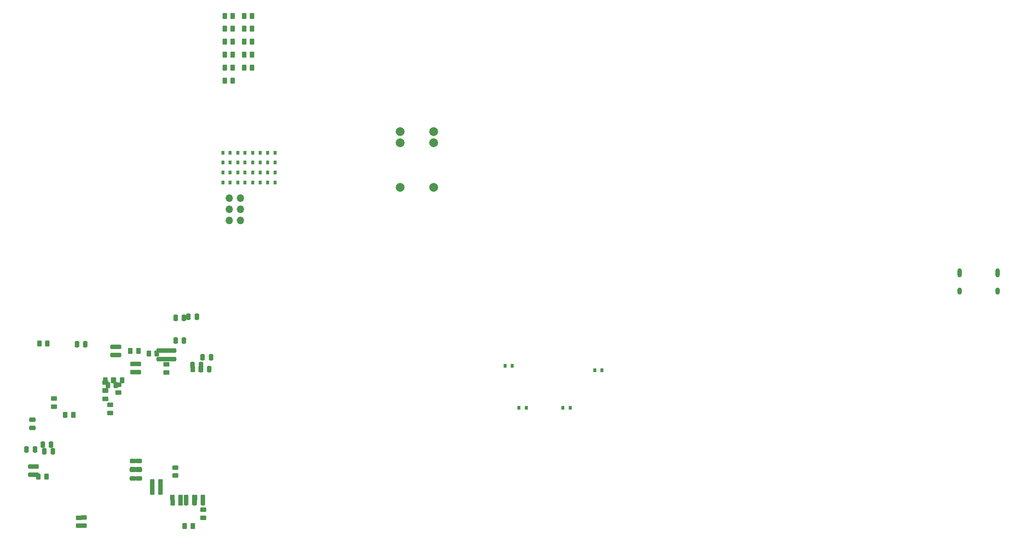
<source format=gbr>
%TF.GenerationSoftware,KiCad,Pcbnew,7.99.0-3193-g96f9f2c658*%
%TF.CreationDate,2023-10-14T12:34:29+01:00*%
%TF.ProjectId,hh2024,68683230-3234-42e6-9b69-6361645f7063,rev?*%
%TF.SameCoordinates,Original*%
%TF.FileFunction,Copper,L1,Top*%
%TF.FilePolarity,Positive*%
%FSLAX46Y46*%
G04 Gerber Fmt 4.6, Leading zero omitted, Abs format (unit mm)*
G04 Created by KiCad (PCBNEW 7.99.0-3193-g96f9f2c658) date 2023-10-14 12:34:29*
%MOMM*%
%LPD*%
G01*
G04 APERTURE LIST*
G04 Aperture macros list*
%AMRoundRect*
0 Rectangle with rounded corners*
0 $1 Rounding radius*
0 $2 $3 $4 $5 $6 $7 $8 $9 X,Y pos of 4 corners*
0 Add a 4 corners polygon primitive as box body*
4,1,4,$2,$3,$4,$5,$6,$7,$8,$9,$2,$3,0*
0 Add four circle primitives for the rounded corners*
1,1,$1+$1,$2,$3*
1,1,$1+$1,$4,$5*
1,1,$1+$1,$6,$7*
1,1,$1+$1,$8,$9*
0 Add four rect primitives between the rounded corners*
20,1,$1+$1,$2,$3,$4,$5,0*
20,1,$1+$1,$4,$5,$6,$7,0*
20,1,$1+$1,$6,$7,$8,$9,0*
20,1,$1+$1,$8,$9,$2,$3,0*%
G04 Aperture macros list end*
%TA.AperFunction,SMDPad,CuDef*%
%ADD10R,0.770000X0.950000*%
%TD*%
%TA.AperFunction,SMDPad,CuDef*%
%ADD11RoundRect,0.250000X-0.450000X0.262500X-0.450000X-0.262500X0.450000X-0.262500X0.450000X0.262500X0*%
%TD*%
%TA.AperFunction,SMDPad,CuDef*%
%ADD12RoundRect,0.250000X-0.262500X-0.450000X0.262500X-0.450000X0.262500X0.450000X-0.262500X0.450000X0*%
%TD*%
%TA.AperFunction,SMDPad,CuDef*%
%ADD13RoundRect,0.250000X-0.475000X0.250000X-0.475000X-0.250000X0.475000X-0.250000X0.475000X0.250000X0*%
%TD*%
%TA.AperFunction,SMDPad,CuDef*%
%ADD14RoundRect,0.250000X0.475000X-0.250000X0.475000X0.250000X-0.475000X0.250000X-0.475000X-0.250000X0*%
%TD*%
%TA.AperFunction,SMDPad,CuDef*%
%ADD15RoundRect,0.250000X0.250000X0.475000X-0.250000X0.475000X-0.250000X-0.475000X0.250000X-0.475000X0*%
%TD*%
%TA.AperFunction,SMDPad,CuDef*%
%ADD16RoundRect,0.250000X0.262500X0.450000X-0.262500X0.450000X-0.262500X-0.450000X0.262500X-0.450000X0*%
%TD*%
%TA.AperFunction,SMDPad,CuDef*%
%ADD17RoundRect,0.250000X0.450000X-0.262500X0.450000X0.262500X-0.450000X0.262500X-0.450000X-0.262500X0*%
%TD*%
%TA.AperFunction,SMDPad,CuDef*%
%ADD18RoundRect,0.250000X-0.250000X-0.475000X0.250000X-0.475000X0.250000X0.475000X-0.250000X0.475000X0*%
%TD*%
%TA.AperFunction,ComponentPad*%
%ADD19C,2.000000*%
%TD*%
%TA.AperFunction,ComponentPad*%
%ADD20O,1.700000X1.700000*%
%TD*%
%TA.AperFunction,ComponentPad*%
%ADD21O,1.000000X1.600000*%
%TD*%
%TA.AperFunction,ComponentPad*%
%ADD22O,1.000000X2.100000*%
%TD*%
G04 APERTURE END LIST*
D10*
%TO.P,D8,1,K*%
%TO.N,/B*%
X60596000Y-62020000D03*
%TO.P,D8,2,A*%
%TO.N,/A*%
X58966000Y-62020000D03*
%TD*%
D11*
%TO.P,R23,1*%
%TO.N,LED E*%
X33347500Y-114931500D03*
%TO.P,R23,2*%
%TO.N,/A*%
X33347500Y-116756500D03*
%TD*%
D12*
%TO.P,R7,1*%
%TO.N,/E-Paper/CS*%
X37888000Y-102622000D03*
%TO.P,R7,2*%
%TO.N,+3V3*%
X39713000Y-102622000D03*
%TD*%
D10*
%TO.P,D12,1,K*%
%TO.N,/A*%
X63996000Y-59760000D03*
%TO.P,D12,2,A*%
X62366000Y-59760000D03*
%TD*%
D13*
%TO.P,C7,1*%
%TO.N,GND*%
X39800500Y-129752000D03*
%TO.P,C7,2*%
%TO.N,VUSB*%
X39800500Y-131652000D03*
%TD*%
D12*
%TO.P,R39,1*%
%TO.N,+3V3*%
X63783500Y-26320000D03*
%TO.P,R39,2*%
%TO.N,MSWL*%
X65608500Y-26320000D03*
%TD*%
D14*
%TO.P,C21,1*%
%TO.N,GND*%
X45600500Y-104472000D03*
%TO.P,C21,2*%
%TO.N,/E-Paper/VSH*%
X45600500Y-102572000D03*
%TD*%
D15*
%TO.P,C16,1*%
%TO.N,GND*%
X50100500Y-100272000D03*
%TO.P,C16,2*%
%TO.N,/E-Paper/PREVGH*%
X48200500Y-100272000D03*
%TD*%
D16*
%TO.P,R18,1*%
%TO.N,/Power management/SENSE*%
X52413000Y-136122000D03*
%TO.P,R18,2*%
%TO.N,VBAT*%
X50588000Y-136122000D03*
%TD*%
D14*
%TO.P,C22,1*%
%TO.N,GND*%
X46600500Y-104472000D03*
%TO.P,C22,2*%
%TO.N,/E-Paper/VSL*%
X46600500Y-102572000D03*
%TD*%
D10*
%TO.P,D22,1,K*%
%TO.N,/A*%
X70796000Y-59760000D03*
%TO.P,D22,2,A*%
X69166000Y-59760000D03*
%TD*%
D11*
%TO.P,R27,1*%
%TO.N,LED A*%
X32200500Y-109809500D03*
%TO.P,R27,2*%
%TO.N,/A*%
X32200500Y-111634500D03*
%TD*%
D12*
%TO.P,R15,1*%
%TO.N,VUSB*%
X42888000Y-133622000D03*
%TO.P,R15,2*%
%TO.N,Net-(Q1-G)*%
X44713000Y-133622000D03*
%TD*%
D11*
%TO.P,R12,1*%
%TO.N,+3V3*%
X16400500Y-128997000D03*
%TO.P,R12,2*%
%TO.N,/Power management/FB33*%
X16400500Y-130822000D03*
%TD*%
D12*
%TO.P,R25,1*%
%TO.N,LED C*%
X34178000Y-109322000D03*
%TO.P,R25,2*%
%TO.N,/A*%
X36003000Y-109322000D03*
%TD*%
D10*
%TO.P,D9,1,K*%
%TO.N,/A*%
X60596000Y-64280000D03*
%TO.P,D9,2,A*%
%TO.N,/B*%
X58966000Y-64280000D03*
%TD*%
D12*
%TO.P,R40,1*%
%TO.N,+3V3*%
X63783500Y-29270000D03*
%TO.P,R40,2*%
%TO.N,MSWR*%
X65608500Y-29270000D03*
%TD*%
D17*
%TO.P,R8,1*%
%TO.N,+3V3*%
X38500500Y-129534500D03*
%TO.P,R8,2*%
%TO.N,/microcontroller/Relay Ctrl*%
X38500500Y-127709500D03*
%TD*%
D15*
%TO.P,C13,1*%
%TO.N,/Power management/SENSE*%
X54430500Y-137122000D03*
%TO.P,C13,2*%
%TO.N,GND*%
X52530500Y-137122000D03*
%TD*%
D12*
%TO.P,R33,1*%
%TO.N,+3V3*%
X59373500Y-26320000D03*
%TO.P,R33,2*%
%TO.N,MSWL*%
X61198500Y-26320000D03*
%TD*%
%TO.P,R20,1*%
%TO.N,GND*%
X42888000Y-132522000D03*
%TO.P,R20,2*%
%TO.N,Net-(U4-SET)*%
X44713000Y-132522000D03*
%TD*%
D16*
%TO.P,R31,1*%
%TO.N,+3V3*%
X24923000Y-117222000D03*
%TO.P,R31,2*%
%TO.N,MSWR*%
X23098000Y-117222000D03*
%TD*%
D12*
%TO.P,R6,1*%
%TO.N,Net-(U1-EN{slash}CHIP_PU)*%
X52088000Y-106822000D03*
%TO.P,R6,2*%
%TO.N,+3V3*%
X53913000Y-106822000D03*
%TD*%
D15*
%TO.P,C5,1*%
%TO.N,VIN*%
X20250500Y-125522000D03*
%TO.P,C5,2*%
%TO.N,GND*%
X18350500Y-125522000D03*
%TD*%
D18*
%TO.P,C10,1*%
%TO.N,+3V3*%
X54350500Y-104122000D03*
%TO.P,C10,2*%
%TO.N,GND*%
X56250500Y-104122000D03*
%TD*%
D12*
%TO.P,R22,1*%
%TO.N,+3V3*%
X42088000Y-103222000D03*
%TO.P,R22,2*%
%TO.N,Net-(J6-Pin_7)*%
X43913000Y-103222000D03*
%TD*%
D10*
%TO.P,D17,1,K*%
%TO.N,/A*%
X67396000Y-59760000D03*
%TO.P,D17,2,A*%
X65766000Y-59760000D03*
%TD*%
D19*
%TO.P,K1,1*%
%TO.N,unconnected-(K1-Pad1)*%
X106931000Y-65415000D03*
%TO.P,K1,2*%
%TO.N,Net-(D25-A)*%
X106931000Y-55255000D03*
%TO.P,K1,3*%
%TO.N,unconnected-(K1-Pad3)*%
X106931000Y-52715000D03*
%TO.P,K1,4*%
%TO.N,unconnected-(K1-Pad4)*%
X99311000Y-52715000D03*
%TO.P,K1,5*%
%TO.N,VIN*%
X99311000Y-55255000D03*
%TO.P,K1,6*%
%TO.N,N/C*%
X99311000Y-65415000D03*
%TD*%
D12*
%TO.P,R16,1*%
%TO.N,GND*%
X42888000Y-134722000D03*
%TO.P,R16,2*%
%TO.N,Net-(Q1-G)*%
X44713000Y-134722000D03*
%TD*%
%TO.P,R19,1*%
%TO.N,GND*%
X52588000Y-136122000D03*
%TO.P,R19,2*%
%TO.N,/Power management/SENSE*%
X54413000Y-136122000D03*
%TD*%
D16*
%TO.P,R30,1*%
%TO.N,+3V3*%
X34013000Y-109322000D03*
%TO.P,R30,2*%
%TO.N,MSWR*%
X32188000Y-109322000D03*
%TD*%
D12*
%TO.P,R41,1*%
%TO.N,+3V3*%
X63783500Y-32220000D03*
%TO.P,R41,2*%
%TO.N,MSWB*%
X65608500Y-32220000D03*
%TD*%
D10*
%TO.P,D15,1,K*%
%TO.N,/A*%
X137936000Y-115590000D03*
%TO.P,D15,2,A*%
%TO.N,/B*%
X136306000Y-115590000D03*
%TD*%
D12*
%TO.P,R29,1*%
%TO.N,+3V3*%
X32778000Y-110422000D03*
%TO.P,R29,2*%
%TO.N,MSWB*%
X34603000Y-110422000D03*
%TD*%
D10*
%TO.P,D20,1,K*%
%TO.N,/A*%
X145151000Y-107065000D03*
%TO.P,D20,2,A*%
%TO.N,/B*%
X143521000Y-107065000D03*
%TD*%
D17*
%TO.P,R28,1*%
%TO.N,+3V3*%
X46100500Y-107544500D03*
%TO.P,R28,2*%
%TO.N,MSWL*%
X46100500Y-105719500D03*
%TD*%
D11*
%TO.P,R24,1*%
%TO.N,LED D*%
X35200500Y-110309500D03*
%TO.P,R24,2*%
%TO.N,/B*%
X35200500Y-112134500D03*
%TD*%
D12*
%TO.P,R37,1*%
%TO.N,+3V3*%
X59373500Y-38120000D03*
%TO.P,R37,2*%
%TO.N,MSWR*%
X61198500Y-38120000D03*
%TD*%
D10*
%TO.P,D5,1,K*%
%TO.N,/A*%
X127936000Y-115590000D03*
%TO.P,D5,2,A*%
X126306000Y-115590000D03*
%TD*%
D14*
%TO.P,C19,1*%
%TO.N,GND*%
X35100500Y-103592000D03*
%TO.P,C19,2*%
%TO.N,/E-Paper/VGH*%
X35100500Y-101692000D03*
%TD*%
D20*
%TO.P,J1,1,+3.3V*%
%TO.N,+3V3*%
X60406000Y-67830000D03*
%TO.P,J1,2,GND*%
%TO.N,GND*%
X62946000Y-67830000D03*
%TO.P,J1,3,SDA*%
%TO.N,SDA*%
X60406000Y-70370000D03*
%TO.P,J1,4,SCL*%
%TO.N,SCL*%
X62946000Y-70370000D03*
%TO.P,J1,5,IO1*%
%TO.N,/microcontroller/SAO IO1*%
X60406000Y-72910000D03*
%TO.P,J1,6,IO2*%
%TO.N,/microcontroller/SAO IO2*%
X62946000Y-72910000D03*
%TD*%
D11*
%TO.P,R10,1*%
%TO.N,/microcontroller/D-*%
X39700500Y-105609500D03*
%TO.P,R10,2*%
%TO.N,Net-(U1-GPIO12{slash}USB_D-)*%
X39700500Y-107434500D03*
%TD*%
%TO.P,R26,1*%
%TO.N,LED B*%
X32200500Y-111709500D03*
%TO.P,R26,2*%
%TO.N,/B*%
X32200500Y-113534500D03*
%TD*%
D10*
%TO.P,D14,1,K*%
%TO.N,/A*%
X63996000Y-64280000D03*
%TO.P,D14,2,A*%
%TO.N,/B*%
X62366000Y-64280000D03*
%TD*%
%TO.P,D13,1,K*%
%TO.N,/B*%
X63996000Y-62020000D03*
%TO.P,D13,2,A*%
%TO.N,/A*%
X62366000Y-62020000D03*
%TD*%
D12*
%TO.P,R38,1*%
%TO.N,+3V3*%
X59373500Y-41070000D03*
%TO.P,R38,2*%
%TO.N,MSWB*%
X61198500Y-41070000D03*
%TD*%
D16*
%TO.P,R4,1*%
%TO.N,GND*%
X49303000Y-136122000D03*
%TO.P,R4,2*%
%TO.N,/CC1*%
X47478000Y-136122000D03*
%TD*%
D12*
%TO.P,R36,1*%
%TO.N,+3V3*%
X59373500Y-35170000D03*
%TO.P,R36,2*%
%TO.N,MSWL*%
X61198500Y-35170000D03*
%TD*%
D13*
%TO.P,C2,1*%
%TO.N,GND*%
X15600500Y-118272000D03*
%TO.P,C2,2*%
%TO.N,+3V3*%
X15600500Y-120172000D03*
%TD*%
D12*
%TO.P,R13,1*%
%TO.N,GND*%
X50288000Y-142522000D03*
%TO.P,R13,2*%
%TO.N,Net-(U3-PROG)*%
X52113000Y-142522000D03*
%TD*%
D10*
%TO.P,D16,1,K*%
%TO.N,/B*%
X67396000Y-57500000D03*
%TO.P,D16,2,A*%
%TO.N,/A*%
X65766000Y-57500000D03*
%TD*%
D12*
%TO.P,R43,1*%
%TO.N,+3V3*%
X63783500Y-38120000D03*
%TO.P,R43,2*%
%TO.N,/microcontroller/CH32 Prog*%
X65608500Y-38120000D03*
%TD*%
D14*
%TO.P,C18,1*%
%TO.N,GND*%
X34100500Y-103592000D03*
%TO.P,C18,2*%
%TO.N,/E-Paper/VGL*%
X34100500Y-101692000D03*
%TD*%
D10*
%TO.P,D10,1,K*%
%TO.N,/B*%
X124751000Y-106065000D03*
%TO.P,D10,2,A*%
X123121000Y-106065000D03*
%TD*%
D18*
%TO.P,C11,1*%
%TO.N,+3V3*%
X14300500Y-125059500D03*
%TO.P,C11,2*%
%TO.N,GND*%
X16200500Y-125059500D03*
%TD*%
%TO.P,C1,1*%
%TO.N,Net-(U1-EN{slash}CHIP_PU)*%
X52050500Y-105822000D03*
%TO.P,C1,2*%
%TO.N,GND*%
X53950500Y-105822000D03*
%TD*%
D11*
%TO.P,R14,1*%
%TO.N,/Power management/CHRG*%
X54500500Y-138809500D03*
%TO.P,R14,2*%
%TO.N,+3V3*%
X54500500Y-140634500D03*
%TD*%
D10*
%TO.P,D24,1,K*%
%TO.N,/A*%
X70796000Y-64280000D03*
%TO.P,D24,2,A*%
X69166000Y-64280000D03*
%TD*%
%TO.P,D23,1,K*%
%TO.N,/B*%
X70796000Y-62020000D03*
%TO.P,D23,2,A*%
%TO.N,/A*%
X69166000Y-62020000D03*
%TD*%
D13*
%TO.P,C8,1*%
%TO.N,+3V3*%
X15400500Y-128959500D03*
%TO.P,C8,2*%
%TO.N,/Power management/FB33*%
X15400500Y-130859500D03*
%TD*%
D12*
%TO.P,R35,1*%
%TO.N,+3V3*%
X59373500Y-32220000D03*
%TO.P,R35,2*%
%TO.N,MSWB*%
X61198500Y-32220000D03*
%TD*%
D11*
%TO.P,R3,1*%
%TO.N,SDA*%
X26200500Y-140619500D03*
%TO.P,R3,2*%
%TO.N,+3V3*%
X26200500Y-142444500D03*
%TD*%
D16*
%TO.P,R21,1*%
%TO.N,GND*%
X19019000Y-100967000D03*
%TO.P,R21,2*%
%TO.N,/E-Paper/RESE*%
X17194000Y-100967000D03*
%TD*%
D14*
%TO.P,C20,1*%
%TO.N,GND*%
X44600500Y-104472000D03*
%TO.P,C20,2*%
%TO.N,Net-(J6-Pin_7)*%
X44600500Y-102572000D03*
%TD*%
D10*
%TO.P,D21,1,K*%
%TO.N,/B*%
X70796000Y-57500000D03*
%TO.P,D21,2,A*%
%TO.N,/A*%
X69166000Y-57500000D03*
%TD*%
D11*
%TO.P,R9,1*%
%TO.N,/microcontroller/D+*%
X38600500Y-105609500D03*
%TO.P,R9,2*%
%TO.N,Net-(U1-GPIO13{slash}USB_D+)*%
X38600500Y-107434500D03*
%TD*%
D12*
%TO.P,R34,1*%
%TO.N,+3V3*%
X59373500Y-29270000D03*
%TO.P,R34,2*%
%TO.N,MSWR*%
X61198500Y-29270000D03*
%TD*%
D14*
%TO.P,C23,1*%
%TO.N,GND*%
X47600500Y-104472000D03*
%TO.P,C23,2*%
%TO.N,/E-Paper/VCOM*%
X47600500Y-102572000D03*
%TD*%
D18*
%TO.P,C4,1*%
%TO.N,+3V3*%
X53950500Y-106822000D03*
%TO.P,C4,2*%
%TO.N,GND*%
X55850500Y-106822000D03*
%TD*%
D13*
%TO.P,C9,1*%
%TO.N,GND*%
X38500500Y-129752000D03*
%TO.P,C9,2*%
%TO.N,VUSB*%
X38500500Y-131652000D03*
%TD*%
D10*
%TO.P,D18,1,K*%
%TO.N,/A*%
X67396000Y-62020000D03*
%TO.P,D18,2,A*%
%TO.N,/B*%
X65766000Y-62020000D03*
%TD*%
%TO.P,D6,1,K*%
%TO.N,/B*%
X60596000Y-57500000D03*
%TO.P,D6,2,A*%
%TO.N,/A*%
X58966000Y-57500000D03*
%TD*%
D15*
%TO.P,C15,1*%
%TO.N,/E-Paper/PREVGL*%
X53000500Y-94872000D03*
%TO.P,C15,2*%
%TO.N,GND*%
X51100500Y-94872000D03*
%TD*%
%TO.P,C6,1*%
%TO.N,VIN*%
X19850500Y-124022000D03*
%TO.P,C6,2*%
%TO.N,GND*%
X17950500Y-124022000D03*
%TD*%
D17*
%TO.P,R32,1*%
%TO.N,+3V3*%
X20500500Y-115334500D03*
%TO.P,R32,2*%
%TO.N,MSWB*%
X20500500Y-113509500D03*
%TD*%
D11*
%TO.P,R2,1*%
%TO.N,SCL*%
X27300500Y-140609500D03*
%TO.P,R2,2*%
%TO.N,+3V3*%
X27300500Y-142434500D03*
%TD*%
D12*
%TO.P,R42,1*%
%TO.N,+3V3*%
X63783500Y-35170000D03*
%TO.P,R42,2*%
%TO.N,MSWL*%
X65608500Y-35170000D03*
%TD*%
D18*
%TO.P,C17,1*%
%TO.N,GND*%
X25750500Y-101130000D03*
%TO.P,C17,2*%
%TO.N,+3V3*%
X27650500Y-101130000D03*
%TD*%
%TO.P,C12,1*%
%TO.N,VBAT*%
X50550500Y-137122000D03*
%TO.P,C12,2*%
%TO.N,GND*%
X52450500Y-137122000D03*
%TD*%
D16*
%TO.P,R11,1*%
%TO.N,/Power management/FB33*%
X18813000Y-131259500D03*
%TO.P,R11,2*%
%TO.N,GND*%
X16988000Y-131259500D03*
%TD*%
D17*
%TO.P,R1,1*%
%TO.N,+3V3*%
X39800500Y-129534500D03*
%TO.P,R1,2*%
%TO.N,/microcontroller/SDCARD CS*%
X39800500Y-127709500D03*
%TD*%
D11*
%TO.P,R17,1*%
%TO.N,VBAT*%
X48100500Y-129209500D03*
%TO.P,R17,2*%
%TO.N,Net-(Q1-D)*%
X48100500Y-131034500D03*
%TD*%
D10*
%TO.P,D7,1,K*%
%TO.N,/A*%
X60596000Y-59760000D03*
%TO.P,D7,2,A*%
X58966000Y-59760000D03*
%TD*%
D15*
%TO.P,C14,1*%
%TO.N,Net-(D2-A)*%
X50100500Y-95072000D03*
%TO.P,C14,2*%
%TO.N,Net-(D4-A)*%
X48200500Y-95072000D03*
%TD*%
D10*
%TO.P,D11,1,K*%
%TO.N,/A*%
X63996000Y-57500000D03*
%TO.P,D11,2,A*%
%TO.N,/B*%
X62366000Y-57500000D03*
%TD*%
D16*
%TO.P,R5,1*%
%TO.N,GND*%
X49323000Y-137222000D03*
%TO.P,R5,2*%
%TO.N,/CC2*%
X47498000Y-137222000D03*
%TD*%
D10*
%TO.P,D19,1,K*%
%TO.N,/B*%
X67396000Y-64280000D03*
%TO.P,D19,2,A*%
X65766000Y-64280000D03*
%TD*%
D21*
%TO.P,J4,S1,SHIELD*%
%TO.N,GND*%
X235160000Y-89003000D03*
D22*
X235160000Y-84823000D03*
D21*
X226520000Y-89003000D03*
D22*
X226520000Y-84823000D03*
%TD*%
M02*

</source>
